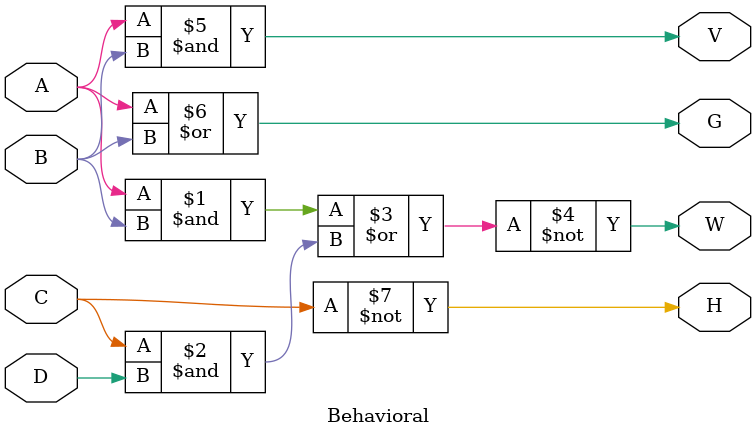
<source format=v>
module Behavioral(
	input A,
	input B,
	input C,
	input D,
	output W,
	output V,
	output G,
	output H
);

	assign W = ~((A & B) | (C & D));
	assign V = (A & B);
	assign G = (A | B);
	assign H = ~C;

endmodule

</source>
